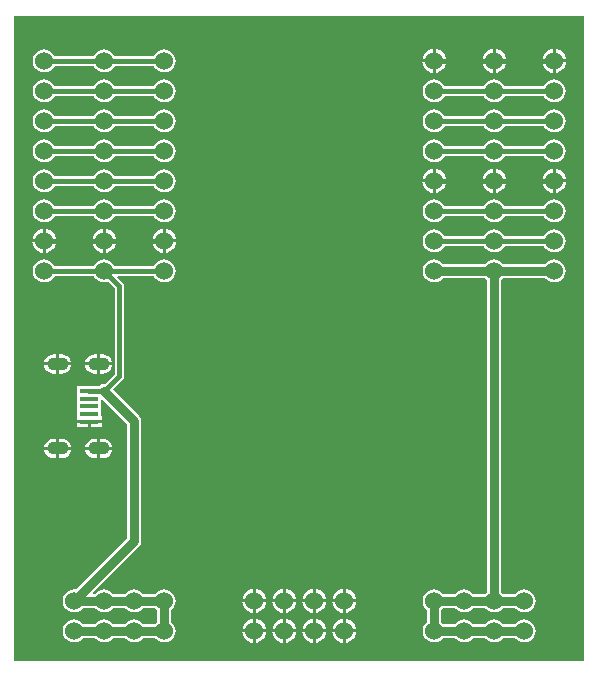
<source format=gtl>
G04*
G04 #@! TF.GenerationSoftware,Altium Limited,Altium Designer,20.0.9 (164)*
G04*
G04 Layer_Physical_Order=1*
G04 Layer_Color=255*
%FSLAX25Y25*%
%MOIN*%
G70*
G01*
G75*
%ADD11R,0.06299X0.01575*%
%ADD15C,0.03000*%
%ADD16C,0.01500*%
%ADD17C,0.06000*%
%ADD18O,0.07087X0.04331*%
G36*
X580000Y190000D02*
X390000D01*
Y405000D01*
X580000D01*
Y190000D01*
D02*
G37*
%LPC*%
G36*
X440000Y393833D02*
X439008Y393702D01*
X438084Y393319D01*
X437290Y392710D01*
X436681Y391916D01*
X436542Y391580D01*
X423458D01*
X423319Y391916D01*
X422710Y392710D01*
X421916Y393319D01*
X420992Y393702D01*
X420000Y393833D01*
X419008Y393702D01*
X418084Y393319D01*
X417290Y392710D01*
X416681Y391916D01*
X416541Y391580D01*
X403458D01*
X403319Y391916D01*
X402710Y392710D01*
X401916Y393319D01*
X400992Y393702D01*
X400000Y393833D01*
X399008Y393702D01*
X398084Y393319D01*
X397290Y392710D01*
X396681Y391916D01*
X396298Y390992D01*
X396167Y390000D01*
X396298Y389008D01*
X396681Y388084D01*
X397290Y387290D01*
X398084Y386681D01*
X399008Y386298D01*
X400000Y386167D01*
X400992Y386298D01*
X401916Y386681D01*
X402710Y387290D01*
X403319Y388084D01*
X403458Y388420D01*
X416541D01*
X416681Y388084D01*
X417290Y387290D01*
X418084Y386681D01*
X419008Y386298D01*
X420000Y386167D01*
X420992Y386298D01*
X421916Y386681D01*
X422710Y387290D01*
X423319Y388084D01*
X423458Y388420D01*
X436542D01*
X436681Y388084D01*
X437290Y387290D01*
X438084Y386681D01*
X439008Y386298D01*
X440000Y386167D01*
X440992Y386298D01*
X441916Y386681D01*
X442710Y387290D01*
X443319Y388084D01*
X443702Y389008D01*
X443833Y390000D01*
X443702Y390992D01*
X443319Y391916D01*
X442710Y392710D01*
X441916Y393319D01*
X440992Y393702D01*
X440000Y393833D01*
D02*
G37*
G36*
X570500Y393969D02*
Y390500D01*
X573969D01*
X573897Y391044D01*
X573494Y392017D01*
X572853Y392853D01*
X572017Y393494D01*
X571044Y393897D01*
X570500Y393969D01*
D02*
G37*
G36*
X550500D02*
Y390500D01*
X553969D01*
X553897Y391044D01*
X553494Y392017D01*
X552853Y392853D01*
X552017Y393494D01*
X551044Y393897D01*
X550500Y393969D01*
D02*
G37*
G36*
X530500D02*
Y390500D01*
X533969D01*
X533897Y391044D01*
X533494Y392017D01*
X532853Y392853D01*
X532017Y393494D01*
X531044Y393897D01*
X530500Y393969D01*
D02*
G37*
G36*
X569500D02*
X568956Y393897D01*
X567983Y393494D01*
X567147Y392853D01*
X566506Y392017D01*
X566103Y391044D01*
X566031Y390500D01*
X569500D01*
Y393969D01*
D02*
G37*
G36*
X549500D02*
X548956Y393897D01*
X547983Y393494D01*
X547147Y392853D01*
X546506Y392017D01*
X546103Y391044D01*
X546031Y390500D01*
X549500D01*
Y393969D01*
D02*
G37*
G36*
X529500D02*
X528956Y393897D01*
X527983Y393494D01*
X527147Y392853D01*
X526506Y392017D01*
X526103Y391044D01*
X526031Y390500D01*
X529500D01*
Y393969D01*
D02*
G37*
G36*
X533969Y389500D02*
X530500D01*
Y386031D01*
X531044Y386103D01*
X532017Y386506D01*
X532853Y387147D01*
X533494Y387983D01*
X533897Y388956D01*
X533969Y389500D01*
D02*
G37*
G36*
X573969D02*
X570500D01*
Y386031D01*
X571044Y386103D01*
X572017Y386506D01*
X572853Y387147D01*
X573494Y387983D01*
X573897Y388956D01*
X573969Y389500D01*
D02*
G37*
G36*
X553969D02*
X550500D01*
Y386031D01*
X551044Y386103D01*
X552017Y386506D01*
X552853Y387147D01*
X553494Y387983D01*
X553897Y388956D01*
X553969Y389500D01*
D02*
G37*
G36*
X569500D02*
X566031D01*
X566103Y388956D01*
X566506Y387983D01*
X567147Y387147D01*
X567983Y386506D01*
X568956Y386103D01*
X569500Y386031D01*
Y389500D01*
D02*
G37*
G36*
X549500D02*
X546031D01*
X546103Y388956D01*
X546506Y387983D01*
X547147Y387147D01*
X547983Y386506D01*
X548956Y386103D01*
X549500Y386031D01*
Y389500D01*
D02*
G37*
G36*
X529500D02*
X526031D01*
X526103Y388956D01*
X526506Y387983D01*
X527147Y387147D01*
X527983Y386506D01*
X528956Y386103D01*
X529500Y386031D01*
Y389500D01*
D02*
G37*
G36*
X550000Y383833D02*
X549008Y383702D01*
X548084Y383319D01*
X547290Y382710D01*
X546681Y381916D01*
X546542Y381580D01*
X533459D01*
X533319Y381916D01*
X532710Y382710D01*
X531916Y383319D01*
X530992Y383702D01*
X530000Y383833D01*
X529008Y383702D01*
X528084Y383319D01*
X527290Y382710D01*
X526681Y381916D01*
X526298Y380992D01*
X526167Y380000D01*
X526298Y379008D01*
X526681Y378084D01*
X527290Y377290D01*
X528084Y376681D01*
X529008Y376298D01*
X530000Y376167D01*
X530992Y376298D01*
X531916Y376681D01*
X532710Y377290D01*
X533319Y378084D01*
X533459Y378420D01*
X546542D01*
X546681Y378084D01*
X547290Y377290D01*
X548084Y376681D01*
X549008Y376298D01*
X550000Y376167D01*
X550992Y376298D01*
X551916Y376681D01*
X552710Y377290D01*
X553319Y378084D01*
X553458Y378420D01*
X566541D01*
X566681Y378084D01*
X567290Y377290D01*
X568084Y376681D01*
X569008Y376298D01*
X570000Y376167D01*
X570992Y376298D01*
X571916Y376681D01*
X572710Y377290D01*
X573319Y378084D01*
X573702Y379008D01*
X573833Y380000D01*
X573702Y380992D01*
X573319Y381916D01*
X572710Y382710D01*
X571916Y383319D01*
X570992Y383702D01*
X570000Y383833D01*
X569008Y383702D01*
X568084Y383319D01*
X567290Y382710D01*
X566681Y381916D01*
X566541Y381580D01*
X553458D01*
X553319Y381916D01*
X552710Y382710D01*
X551916Y383319D01*
X550992Y383702D01*
X550000Y383833D01*
D02*
G37*
G36*
X440000Y383833D02*
X439008Y383702D01*
X438084Y383319D01*
X437290Y382710D01*
X436681Y381916D01*
X436542Y381580D01*
X423458D01*
X423319Y381916D01*
X422710Y382710D01*
X421916Y383319D01*
X420992Y383702D01*
X420000Y383833D01*
X419008Y383702D01*
X418084Y383319D01*
X417290Y382710D01*
X416681Y381916D01*
X416541Y381580D01*
X403458D01*
X403319Y381916D01*
X402710Y382710D01*
X401916Y383319D01*
X400992Y383702D01*
X400000Y383833D01*
X399008Y383702D01*
X398084Y383319D01*
X397290Y382710D01*
X396681Y381916D01*
X396298Y380992D01*
X396167Y380000D01*
X396298Y379008D01*
X396681Y378084D01*
X397290Y377290D01*
X398084Y376681D01*
X399008Y376298D01*
X400000Y376167D01*
X400992Y376298D01*
X401916Y376681D01*
X402710Y377290D01*
X403319Y378084D01*
X403458Y378420D01*
X416541D01*
X416681Y378084D01*
X417290Y377290D01*
X418084Y376681D01*
X419008Y376298D01*
X420000Y376167D01*
X420992Y376298D01*
X421916Y376681D01*
X422710Y377290D01*
X423319Y378084D01*
X423458Y378420D01*
X436542D01*
X436681Y378084D01*
X437290Y377290D01*
X438084Y376681D01*
X439008Y376298D01*
X440000Y376167D01*
X440992Y376298D01*
X441916Y376681D01*
X442710Y377290D01*
X443319Y378084D01*
X443702Y379008D01*
X443833Y380000D01*
X443702Y380992D01*
X443319Y381916D01*
X442710Y382710D01*
X441916Y383319D01*
X440992Y383702D01*
X440000Y383833D01*
D02*
G37*
G36*
X570000Y373833D02*
X569008Y373702D01*
X568084Y373319D01*
X567290Y372710D01*
X566681Y371916D01*
X566541Y371580D01*
X553458D01*
X553319Y371916D01*
X552710Y372710D01*
X551916Y373319D01*
X550992Y373702D01*
X550000Y373833D01*
X549008Y373702D01*
X548084Y373319D01*
X547290Y372710D01*
X546681Y371916D01*
X546542Y371580D01*
X533459D01*
X533319Y371916D01*
X532710Y372710D01*
X531916Y373319D01*
X530992Y373702D01*
X530000Y373833D01*
X529008Y373702D01*
X528084Y373319D01*
X527290Y372710D01*
X526681Y371916D01*
X526298Y370992D01*
X526167Y370000D01*
X526298Y369008D01*
X526681Y368084D01*
X527290Y367290D01*
X528084Y366681D01*
X529008Y366298D01*
X530000Y366167D01*
X530992Y366298D01*
X531916Y366681D01*
X532710Y367290D01*
X533319Y368084D01*
X533459Y368420D01*
X546542D01*
X546681Y368084D01*
X547290Y367290D01*
X548084Y366681D01*
X549008Y366298D01*
X550000Y366167D01*
X550992Y366298D01*
X551916Y366681D01*
X552710Y367290D01*
X553319Y368084D01*
X553458Y368420D01*
X566541D01*
X566681Y368084D01*
X567290Y367290D01*
X568084Y366681D01*
X569008Y366298D01*
X570000Y366167D01*
X570992Y366298D01*
X571916Y366681D01*
X572710Y367290D01*
X573319Y368084D01*
X573702Y369008D01*
X573833Y370000D01*
X573702Y370992D01*
X573319Y371916D01*
X572710Y372710D01*
X571916Y373319D01*
X570992Y373702D01*
X570000Y373833D01*
D02*
G37*
G36*
X440000D02*
X439008Y373702D01*
X438084Y373319D01*
X437290Y372710D01*
X436681Y371916D01*
X436542Y371580D01*
X423458D01*
X423319Y371916D01*
X422710Y372710D01*
X421916Y373319D01*
X420992Y373702D01*
X420000Y373833D01*
X419008Y373702D01*
X418084Y373319D01*
X417290Y372710D01*
X416681Y371916D01*
X416541Y371580D01*
X403458D01*
X403319Y371916D01*
X402710Y372710D01*
X401916Y373319D01*
X400992Y373702D01*
X400000Y373833D01*
X399008Y373702D01*
X398084Y373319D01*
X397290Y372710D01*
X396681Y371916D01*
X396298Y370992D01*
X396167Y370000D01*
X396298Y369008D01*
X396681Y368084D01*
X397290Y367290D01*
X398084Y366681D01*
X399008Y366298D01*
X400000Y366167D01*
X400992Y366298D01*
X401916Y366681D01*
X402710Y367290D01*
X403319Y368084D01*
X403458Y368420D01*
X416541D01*
X416681Y368084D01*
X417290Y367290D01*
X418084Y366681D01*
X419008Y366298D01*
X420000Y366167D01*
X420992Y366298D01*
X421916Y366681D01*
X422710Y367290D01*
X423319Y368084D01*
X423458Y368420D01*
X436542D01*
X436681Y368084D01*
X437290Y367290D01*
X438084Y366681D01*
X439008Y366298D01*
X440000Y366167D01*
X440992Y366298D01*
X441916Y366681D01*
X442710Y367290D01*
X443319Y368084D01*
X443702Y369008D01*
X443833Y370000D01*
X443702Y370992D01*
X443319Y371916D01*
X442710Y372710D01*
X441916Y373319D01*
X440992Y373702D01*
X440000Y373833D01*
D02*
G37*
G36*
X570000Y363833D02*
X569008Y363702D01*
X568084Y363319D01*
X567290Y362710D01*
X566681Y361916D01*
X566541Y361580D01*
X553458D01*
X553319Y361916D01*
X552710Y362710D01*
X551916Y363319D01*
X550992Y363702D01*
X550000Y363833D01*
X549008Y363702D01*
X548084Y363319D01*
X547290Y362710D01*
X546681Y361916D01*
X546542Y361580D01*
X533459D01*
X533319Y361916D01*
X532710Y362710D01*
X531916Y363319D01*
X530992Y363702D01*
X530000Y363833D01*
X529008Y363702D01*
X528084Y363319D01*
X527290Y362710D01*
X526681Y361916D01*
X526298Y360992D01*
X526167Y360000D01*
X526298Y359008D01*
X526681Y358084D01*
X527290Y357290D01*
X528084Y356681D01*
X529008Y356298D01*
X530000Y356167D01*
X530992Y356298D01*
X531916Y356681D01*
X532710Y357290D01*
X533319Y358084D01*
X533459Y358420D01*
X546542D01*
X546681Y358084D01*
X547290Y357290D01*
X548084Y356681D01*
X549008Y356298D01*
X550000Y356167D01*
X550992Y356298D01*
X551916Y356681D01*
X552710Y357290D01*
X553319Y358084D01*
X553458Y358420D01*
X566541D01*
X566681Y358084D01*
X567290Y357290D01*
X568084Y356681D01*
X569008Y356298D01*
X570000Y356167D01*
X570992Y356298D01*
X571916Y356681D01*
X572710Y357290D01*
X573319Y358084D01*
X573702Y359008D01*
X573833Y360000D01*
X573702Y360992D01*
X573319Y361916D01*
X572710Y362710D01*
X571916Y363319D01*
X570992Y363702D01*
X570000Y363833D01*
D02*
G37*
G36*
X440000Y363833D02*
X439008Y363702D01*
X438084Y363319D01*
X437290Y362710D01*
X436681Y361916D01*
X436542Y361580D01*
X423458D01*
X423319Y361916D01*
X422710Y362710D01*
X421916Y363319D01*
X420992Y363702D01*
X420000Y363833D01*
X419008Y363702D01*
X418084Y363319D01*
X417290Y362710D01*
X416681Y361916D01*
X416541Y361580D01*
X403458D01*
X403319Y361916D01*
X402710Y362710D01*
X401916Y363319D01*
X400992Y363702D01*
X400000Y363833D01*
X399008Y363702D01*
X398084Y363319D01*
X397290Y362710D01*
X396681Y361916D01*
X396298Y360992D01*
X396167Y360000D01*
X396298Y359008D01*
X396681Y358084D01*
X397290Y357290D01*
X398084Y356681D01*
X399008Y356298D01*
X400000Y356167D01*
X400992Y356298D01*
X401916Y356681D01*
X402710Y357290D01*
X403319Y358084D01*
X403458Y358420D01*
X416541D01*
X416681Y358084D01*
X417290Y357290D01*
X418084Y356681D01*
X419008Y356298D01*
X420000Y356167D01*
X420992Y356298D01*
X421916Y356681D01*
X422710Y357290D01*
X423319Y358084D01*
X423458Y358420D01*
X436542D01*
X436681Y358084D01*
X437290Y357290D01*
X438084Y356681D01*
X439008Y356298D01*
X440000Y356167D01*
X440992Y356298D01*
X441916Y356681D01*
X442710Y357290D01*
X443319Y358084D01*
X443702Y359008D01*
X443833Y360000D01*
X443702Y360992D01*
X443319Y361916D01*
X442710Y362710D01*
X441916Y363319D01*
X440992Y363702D01*
X440000Y363833D01*
D02*
G37*
G36*
Y353833D02*
X439008Y353702D01*
X438084Y353319D01*
X437290Y352710D01*
X436681Y351916D01*
X436542Y351580D01*
X423458D01*
X423319Y351916D01*
X422710Y352710D01*
X421916Y353319D01*
X420992Y353702D01*
X420000Y353833D01*
X419008Y353702D01*
X418084Y353319D01*
X417290Y352710D01*
X416681Y351916D01*
X416541Y351580D01*
X403458D01*
X403319Y351916D01*
X402710Y352710D01*
X401916Y353319D01*
X400992Y353702D01*
X400000Y353833D01*
X399008Y353702D01*
X398084Y353319D01*
X397290Y352710D01*
X396681Y351916D01*
X396298Y350992D01*
X396167Y350000D01*
X396298Y349008D01*
X396681Y348084D01*
X397290Y347290D01*
X398084Y346681D01*
X399008Y346298D01*
X400000Y346167D01*
X400992Y346298D01*
X401916Y346681D01*
X402710Y347290D01*
X403319Y348084D01*
X403458Y348420D01*
X416541D01*
X416681Y348084D01*
X417290Y347290D01*
X418084Y346681D01*
X419008Y346298D01*
X420000Y346167D01*
X420992Y346298D01*
X421916Y346681D01*
X422710Y347290D01*
X423319Y348084D01*
X423458Y348420D01*
X436542D01*
X436681Y348084D01*
X437290Y347290D01*
X438084Y346681D01*
X439008Y346298D01*
X440000Y346167D01*
X440992Y346298D01*
X441916Y346681D01*
X442710Y347290D01*
X443319Y348084D01*
X443702Y349008D01*
X443833Y350000D01*
X443702Y350992D01*
X443319Y351916D01*
X442710Y352710D01*
X441916Y353319D01*
X440992Y353702D01*
X440000Y353833D01*
D02*
G37*
G36*
X530500Y353969D02*
Y350500D01*
X533969D01*
X533897Y351044D01*
X533494Y352017D01*
X532853Y352853D01*
X532017Y353494D01*
X531044Y353897D01*
X530500Y353969D01*
D02*
G37*
G36*
X570500Y353969D02*
Y350500D01*
X573969D01*
X573897Y351044D01*
X573494Y352017D01*
X572853Y352853D01*
X572017Y353494D01*
X571044Y353897D01*
X570500Y353969D01*
D02*
G37*
G36*
X550500D02*
Y350500D01*
X553969D01*
X553897Y351044D01*
X553494Y352017D01*
X552853Y352853D01*
X552017Y353494D01*
X551044Y353897D01*
X550500Y353969D01*
D02*
G37*
G36*
X569500D02*
X568956Y353897D01*
X567983Y353494D01*
X567147Y352853D01*
X566506Y352017D01*
X566103Y351044D01*
X566031Y350500D01*
X569500D01*
Y353969D01*
D02*
G37*
G36*
X549500D02*
X548956Y353897D01*
X547983Y353494D01*
X547147Y352853D01*
X546506Y352017D01*
X546103Y351044D01*
X546031Y350500D01*
X549500D01*
Y353969D01*
D02*
G37*
G36*
X529500D02*
X528956Y353897D01*
X527983Y353494D01*
X527147Y352853D01*
X526506Y352017D01*
X526103Y351044D01*
X526031Y350500D01*
X529500D01*
Y353969D01*
D02*
G37*
G36*
Y349500D02*
X526031D01*
X526103Y348956D01*
X526506Y347983D01*
X527147Y347147D01*
X527983Y346506D01*
X528956Y346103D01*
X529500Y346031D01*
Y349500D01*
D02*
G37*
G36*
X533969D02*
X530500D01*
Y346031D01*
X531044Y346103D01*
X532017Y346506D01*
X532853Y347147D01*
X533494Y347983D01*
X533897Y348956D01*
X533969Y349500D01*
D02*
G37*
G36*
X573969D02*
X570500D01*
Y346031D01*
X571044Y346103D01*
X572017Y346506D01*
X572853Y347147D01*
X573494Y347983D01*
X573897Y348956D01*
X573969Y349500D01*
D02*
G37*
G36*
X553969D02*
X550500D01*
Y346031D01*
X551044Y346103D01*
X552017Y346506D01*
X552853Y347147D01*
X553494Y347983D01*
X553897Y348956D01*
X553969Y349500D01*
D02*
G37*
G36*
X569500D02*
X566031D01*
X566103Y348956D01*
X566506Y347983D01*
X567147Y347147D01*
X567983Y346506D01*
X568956Y346103D01*
X569500Y346031D01*
Y349500D01*
D02*
G37*
G36*
X549500D02*
X546031D01*
X546103Y348956D01*
X546506Y347983D01*
X547147Y347147D01*
X547983Y346506D01*
X548956Y346103D01*
X549500Y346031D01*
Y349500D01*
D02*
G37*
G36*
X570000Y343833D02*
X569008Y343702D01*
X568084Y343319D01*
X567290Y342710D01*
X566681Y341916D01*
X566541Y341580D01*
X553458D01*
X553319Y341916D01*
X552710Y342710D01*
X551916Y343319D01*
X550992Y343702D01*
X550000Y343833D01*
X549008Y343702D01*
X548084Y343319D01*
X547290Y342710D01*
X546681Y341916D01*
X546542Y341580D01*
X533459D01*
X533319Y341916D01*
X532710Y342710D01*
X531916Y343319D01*
X530992Y343702D01*
X530000Y343833D01*
X529008Y343702D01*
X528084Y343319D01*
X527290Y342710D01*
X526681Y341916D01*
X526298Y340992D01*
X526167Y340000D01*
X526298Y339008D01*
X526681Y338084D01*
X527290Y337290D01*
X528084Y336681D01*
X529008Y336298D01*
X530000Y336167D01*
X530992Y336298D01*
X531916Y336681D01*
X532710Y337290D01*
X533319Y338084D01*
X533459Y338420D01*
X546542D01*
X546681Y338084D01*
X547290Y337290D01*
X548084Y336681D01*
X549008Y336298D01*
X550000Y336167D01*
X550992Y336298D01*
X551916Y336681D01*
X552710Y337290D01*
X553319Y338084D01*
X553458Y338420D01*
X566541D01*
X566681Y338084D01*
X567290Y337290D01*
X568084Y336681D01*
X569008Y336298D01*
X570000Y336167D01*
X570992Y336298D01*
X571916Y336681D01*
X572710Y337290D01*
X573319Y338084D01*
X573702Y339008D01*
X573833Y340000D01*
X573702Y340992D01*
X573319Y341916D01*
X572710Y342710D01*
X571916Y343319D01*
X570992Y343702D01*
X570000Y343833D01*
D02*
G37*
G36*
X440000D02*
X439008Y343702D01*
X438084Y343319D01*
X437290Y342710D01*
X436681Y341916D01*
X436542Y341580D01*
X423458D01*
X423319Y341916D01*
X422710Y342710D01*
X421916Y343319D01*
X420992Y343702D01*
X420000Y343833D01*
X419008Y343702D01*
X418084Y343319D01*
X417290Y342710D01*
X416681Y341916D01*
X416541Y341580D01*
X403458D01*
X403319Y341916D01*
X402710Y342710D01*
X401916Y343319D01*
X400992Y343702D01*
X400000Y343833D01*
X399008Y343702D01*
X398084Y343319D01*
X397290Y342710D01*
X396681Y341916D01*
X396298Y340992D01*
X396167Y340000D01*
X396298Y339008D01*
X396681Y338084D01*
X397290Y337290D01*
X398084Y336681D01*
X399008Y336298D01*
X400000Y336167D01*
X400992Y336298D01*
X401916Y336681D01*
X402710Y337290D01*
X403319Y338084D01*
X403458Y338420D01*
X416541D01*
X416681Y338084D01*
X417290Y337290D01*
X418084Y336681D01*
X419008Y336298D01*
X420000Y336167D01*
X420992Y336298D01*
X421916Y336681D01*
X422710Y337290D01*
X423319Y338084D01*
X423458Y338420D01*
X436542D01*
X436681Y338084D01*
X437290Y337290D01*
X438084Y336681D01*
X439008Y336298D01*
X440000Y336167D01*
X440992Y336298D01*
X441916Y336681D01*
X442710Y337290D01*
X443319Y338084D01*
X443702Y339008D01*
X443833Y340000D01*
X443702Y340992D01*
X443319Y341916D01*
X442710Y342710D01*
X441916Y343319D01*
X440992Y343702D01*
X440000Y343833D01*
D02*
G37*
G36*
X570000Y333833D02*
X569008Y333702D01*
X568084Y333319D01*
X567290Y332710D01*
X566681Y331916D01*
X566541Y331580D01*
X553458D01*
X553319Y331916D01*
X552710Y332710D01*
X551916Y333319D01*
X550992Y333702D01*
X550000Y333833D01*
X549008Y333702D01*
X548084Y333319D01*
X547290Y332710D01*
X546681Y331916D01*
X546542Y331580D01*
X533459D01*
X533319Y331916D01*
X532710Y332710D01*
X531916Y333319D01*
X530992Y333702D01*
X530000Y333833D01*
X529008Y333702D01*
X528084Y333319D01*
X527290Y332710D01*
X526681Y331916D01*
X526298Y330992D01*
X526167Y330000D01*
X526298Y329008D01*
X526681Y328084D01*
X527290Y327290D01*
X528084Y326681D01*
X529008Y326298D01*
X530000Y326167D01*
X530992Y326298D01*
X531916Y326681D01*
X532710Y327290D01*
X533319Y328084D01*
X533459Y328420D01*
X546542D01*
X546681Y328084D01*
X547290Y327290D01*
X548084Y326681D01*
X549008Y326298D01*
X550000Y326167D01*
X550992Y326298D01*
X551916Y326681D01*
X552710Y327290D01*
X553319Y328084D01*
X553458Y328420D01*
X566541D01*
X566681Y328084D01*
X567290Y327290D01*
X568084Y326681D01*
X569008Y326298D01*
X570000Y326167D01*
X570992Y326298D01*
X571916Y326681D01*
X572710Y327290D01*
X573319Y328084D01*
X573702Y329008D01*
X573833Y330000D01*
X573702Y330992D01*
X573319Y331916D01*
X572710Y332710D01*
X571916Y333319D01*
X570992Y333702D01*
X570000Y333833D01*
D02*
G37*
G36*
X420500Y333969D02*
Y330500D01*
X423969D01*
X423897Y331044D01*
X423494Y332017D01*
X422853Y332853D01*
X422017Y333494D01*
X421044Y333897D01*
X420500Y333969D01*
D02*
G37*
G36*
X400500D02*
Y330500D01*
X403969D01*
X403897Y331044D01*
X403494Y332017D01*
X402853Y332853D01*
X402017Y333494D01*
X401044Y333897D01*
X400500Y333969D01*
D02*
G37*
G36*
X440500D02*
Y330500D01*
X443969D01*
X443897Y331044D01*
X443494Y332017D01*
X442853Y332853D01*
X442017Y333494D01*
X441044Y333897D01*
X440500Y333969D01*
D02*
G37*
G36*
X439500D02*
X438956Y333897D01*
X437983Y333494D01*
X437147Y332853D01*
X436506Y332017D01*
X436103Y331044D01*
X436031Y330500D01*
X439500D01*
Y333969D01*
D02*
G37*
G36*
X399500D02*
X398956Y333897D01*
X397983Y333494D01*
X397147Y332853D01*
X396506Y332017D01*
X396103Y331044D01*
X396031Y330500D01*
X399500D01*
Y333969D01*
D02*
G37*
G36*
X419500D02*
X418956Y333897D01*
X417983Y333494D01*
X417147Y332853D01*
X416506Y332017D01*
X416103Y331044D01*
X416031Y330500D01*
X419500D01*
Y333969D01*
D02*
G37*
G36*
X423969Y329500D02*
X420500D01*
Y326031D01*
X421044Y326103D01*
X422017Y326506D01*
X422853Y327147D01*
X423494Y327983D01*
X423897Y328956D01*
X423969Y329500D01*
D02*
G37*
G36*
X403969D02*
X400500D01*
Y326031D01*
X401044Y326103D01*
X402017Y326506D01*
X402853Y327147D01*
X403494Y327983D01*
X403897Y328956D01*
X403969Y329500D01*
D02*
G37*
G36*
X443969D02*
X440500D01*
Y326031D01*
X441044Y326103D01*
X442017Y326506D01*
X442853Y327147D01*
X443494Y327983D01*
X443897Y328956D01*
X443969Y329500D01*
D02*
G37*
G36*
X439500D02*
X436031D01*
X436103Y328956D01*
X436506Y327983D01*
X437147Y327147D01*
X437983Y326506D01*
X438956Y326103D01*
X439500Y326031D01*
Y329500D01*
D02*
G37*
G36*
X399500D02*
X396031D01*
X396103Y328956D01*
X396506Y327983D01*
X397147Y327147D01*
X397983Y326506D01*
X398956Y326103D01*
X399500Y326031D01*
Y329500D01*
D02*
G37*
G36*
X419500D02*
X416031D01*
X416103Y328956D01*
X416506Y327983D01*
X417147Y327147D01*
X417983Y326506D01*
X418956Y326103D01*
X419500Y326031D01*
Y329500D01*
D02*
G37*
G36*
X550000Y323833D02*
X549008Y323702D01*
X548084Y323319D01*
X547290Y322710D01*
X547010Y322345D01*
X532990D01*
X532710Y322710D01*
X531916Y323319D01*
X530992Y323702D01*
X530000Y323833D01*
X529008Y323702D01*
X528084Y323319D01*
X527290Y322710D01*
X526681Y321916D01*
X526298Y320992D01*
X526167Y320000D01*
X526298Y319008D01*
X526681Y318084D01*
X527290Y317290D01*
X528084Y316681D01*
X529008Y316298D01*
X530000Y316167D01*
X530992Y316298D01*
X531916Y316681D01*
X532710Y317290D01*
X532990Y317655D01*
X547010D01*
X547290Y317290D01*
X547655Y317010D01*
Y212990D01*
X547290Y212710D01*
X547010Y212345D01*
X542990D01*
X542710Y212710D01*
X541916Y213319D01*
X540992Y213702D01*
X540000Y213833D01*
X539008Y213702D01*
X538084Y213319D01*
X537290Y212710D01*
X537010Y212345D01*
X532990D01*
X532710Y212710D01*
X531916Y213319D01*
X530992Y213702D01*
X530000Y213833D01*
X529008Y213702D01*
X528084Y213319D01*
X527290Y212710D01*
X526681Y211916D01*
X526298Y210992D01*
X526167Y210000D01*
X526298Y209008D01*
X526681Y208084D01*
X527290Y207290D01*
X527655Y207010D01*
Y202990D01*
X527290Y202710D01*
X526681Y201916D01*
X526298Y200992D01*
X526167Y200000D01*
X526298Y199008D01*
X526681Y198084D01*
X527290Y197290D01*
X528084Y196681D01*
X529008Y196298D01*
X530000Y196167D01*
X530992Y196298D01*
X531916Y196681D01*
X532710Y197290D01*
X532990Y197655D01*
X537010D01*
X537290Y197290D01*
X538084Y196681D01*
X539008Y196298D01*
X540000Y196167D01*
X540992Y196298D01*
X541916Y196681D01*
X542710Y197290D01*
X542990Y197655D01*
X547010D01*
X547290Y197290D01*
X548084Y196681D01*
X549008Y196298D01*
X550000Y196167D01*
X550992Y196298D01*
X551916Y196681D01*
X552710Y197290D01*
X552990Y197655D01*
X557010D01*
X557290Y197290D01*
X558084Y196681D01*
X559008Y196298D01*
X560000Y196167D01*
X560992Y196298D01*
X561916Y196681D01*
X562710Y197290D01*
X563319Y198084D01*
X563702Y199008D01*
X563833Y200000D01*
X563702Y200992D01*
X563319Y201916D01*
X562710Y202710D01*
X561916Y203319D01*
X560992Y203702D01*
X560000Y203833D01*
X559008Y203702D01*
X558084Y203319D01*
X557290Y202710D01*
X557010Y202345D01*
X552990D01*
X552710Y202710D01*
X551916Y203319D01*
X550992Y203702D01*
X550000Y203833D01*
X549008Y203702D01*
X548084Y203319D01*
X547290Y202710D01*
X547010Y202345D01*
X542990D01*
X542710Y202710D01*
X541916Y203319D01*
X540992Y203702D01*
X540000Y203833D01*
X539008Y203702D01*
X538084Y203319D01*
X537290Y202710D01*
X537010Y202345D01*
X532990D01*
X532710Y202710D01*
X532345Y202990D01*
Y207010D01*
X532710Y207290D01*
X532990Y207655D01*
X537010D01*
X537290Y207290D01*
X538084Y206681D01*
X539008Y206298D01*
X540000Y206167D01*
X540992Y206298D01*
X541916Y206681D01*
X542710Y207290D01*
X542990Y207655D01*
X547010D01*
X547290Y207290D01*
X548084Y206681D01*
X549008Y206298D01*
X550000Y206167D01*
X550992Y206298D01*
X551916Y206681D01*
X552710Y207290D01*
X552990Y207655D01*
X557010D01*
X557290Y207290D01*
X558084Y206681D01*
X559008Y206298D01*
X560000Y206167D01*
X560992Y206298D01*
X561916Y206681D01*
X562710Y207290D01*
X563319Y208084D01*
X563702Y209008D01*
X563833Y210000D01*
X563702Y210992D01*
X563319Y211916D01*
X562710Y212710D01*
X561916Y213319D01*
X560992Y213702D01*
X560000Y213833D01*
X559008Y213702D01*
X558084Y213319D01*
X557290Y212710D01*
X557010Y212345D01*
X552990D01*
X552710Y212710D01*
X552345Y212990D01*
Y317010D01*
X552710Y317290D01*
X552990Y317655D01*
X567010D01*
X567290Y317290D01*
X568084Y316681D01*
X569008Y316298D01*
X570000Y316167D01*
X570992Y316298D01*
X571916Y316681D01*
X572710Y317290D01*
X573319Y318084D01*
X573702Y319008D01*
X573833Y320000D01*
X573702Y320992D01*
X573319Y321916D01*
X572710Y322710D01*
X571916Y323319D01*
X570992Y323702D01*
X570000Y323833D01*
X569008Y323702D01*
X568084Y323319D01*
X567290Y322710D01*
X567010Y322345D01*
X552990D01*
X552710Y322710D01*
X551916Y323319D01*
X550992Y323702D01*
X550000Y323833D01*
D02*
G37*
G36*
X440000D02*
X439008Y323702D01*
X438084Y323319D01*
X437290Y322710D01*
X436681Y321916D01*
X436542Y321580D01*
X423458D01*
X423319Y321916D01*
X422710Y322710D01*
X421916Y323319D01*
X420992Y323702D01*
X420000Y323833D01*
X419008Y323702D01*
X418084Y323319D01*
X417290Y322710D01*
X416681Y321916D01*
X416541Y321580D01*
X403458D01*
X403319Y321916D01*
X402710Y322710D01*
X401916Y323319D01*
X400992Y323702D01*
X400000Y323833D01*
X399008Y323702D01*
X398084Y323319D01*
X397290Y322710D01*
X396681Y321916D01*
X396298Y320992D01*
X396167Y320000D01*
X396298Y319008D01*
X396681Y318084D01*
X397290Y317290D01*
X398084Y316681D01*
X399008Y316298D01*
X400000Y316167D01*
X400992Y316298D01*
X401916Y316681D01*
X402710Y317290D01*
X403319Y318084D01*
X403458Y318420D01*
X416541D01*
X416681Y318084D01*
X417290Y317290D01*
X418084Y316681D01*
X419008Y316298D01*
X420000Y316167D01*
X420992Y316298D01*
X421328Y316437D01*
X423420Y314345D01*
Y285655D01*
X420092Y282327D01*
X420000Y282345D01*
X419103Y282167D01*
X418342Y281658D01*
X418294Y281587D01*
X411050D01*
Y278413D01*
Y275853D01*
Y271551D01*
X410850D01*
Y270264D01*
X415000D01*
X419150D01*
Y271551D01*
X418950D01*
Y273294D01*
Y277081D01*
X419412Y277272D01*
X427655Y269029D01*
Y230971D01*
X410456Y213773D01*
X410000Y213833D01*
X409008Y213702D01*
X408084Y213319D01*
X407290Y212710D01*
X406681Y211916D01*
X406298Y210992D01*
X406167Y210000D01*
X406298Y209008D01*
X406681Y208084D01*
X407290Y207290D01*
X408084Y206681D01*
X409008Y206298D01*
X410000Y206167D01*
X410992Y206298D01*
X411916Y206681D01*
X412710Y207290D01*
X412990Y207655D01*
X417010D01*
X417290Y207290D01*
X418084Y206681D01*
X419008Y206298D01*
X420000Y206167D01*
X420992Y206298D01*
X421916Y206681D01*
X422710Y207290D01*
X422990Y207655D01*
X427010D01*
X427290Y207290D01*
X428084Y206681D01*
X429008Y206298D01*
X430000Y206167D01*
X430992Y206298D01*
X431916Y206681D01*
X432710Y207290D01*
X432990Y207655D01*
X437010D01*
X437290Y207290D01*
X437655Y207010D01*
Y202990D01*
X437290Y202710D01*
X437010Y202345D01*
X432990D01*
X432710Y202710D01*
X431916Y203319D01*
X430992Y203702D01*
X430000Y203833D01*
X429008Y203702D01*
X428084Y203319D01*
X427290Y202710D01*
X427010Y202345D01*
X422990D01*
X422710Y202710D01*
X421916Y203319D01*
X420992Y203702D01*
X420000Y203833D01*
X419008Y203702D01*
X418084Y203319D01*
X417290Y202710D01*
X417010Y202345D01*
X412990D01*
X412710Y202710D01*
X411916Y203319D01*
X410992Y203702D01*
X410000Y203833D01*
X409008Y203702D01*
X408084Y203319D01*
X407290Y202710D01*
X406681Y201916D01*
X406298Y200992D01*
X406167Y200000D01*
X406298Y199008D01*
X406681Y198084D01*
X407290Y197290D01*
X408084Y196681D01*
X409008Y196298D01*
X410000Y196167D01*
X410992Y196298D01*
X411916Y196681D01*
X412710Y197290D01*
X412990Y197655D01*
X417010D01*
X417290Y197290D01*
X418084Y196681D01*
X419008Y196298D01*
X420000Y196167D01*
X420992Y196298D01*
X421916Y196681D01*
X422710Y197290D01*
X422990Y197655D01*
X427010D01*
X427290Y197290D01*
X428084Y196681D01*
X429008Y196298D01*
X430000Y196167D01*
X430992Y196298D01*
X431916Y196681D01*
X432710Y197290D01*
X432990Y197655D01*
X437010D01*
X437290Y197290D01*
X438084Y196681D01*
X439008Y196298D01*
X440000Y196167D01*
X440992Y196298D01*
X441916Y196681D01*
X442710Y197290D01*
X443319Y198084D01*
X443702Y199008D01*
X443833Y200000D01*
X443702Y200992D01*
X443319Y201916D01*
X442710Y202710D01*
X442345Y202990D01*
Y207010D01*
X442710Y207290D01*
X443319Y208084D01*
X443702Y209008D01*
X443833Y210000D01*
X443702Y210992D01*
X443319Y211916D01*
X442710Y212710D01*
X441916Y213319D01*
X440992Y213702D01*
X440000Y213833D01*
X439008Y213702D01*
X438084Y213319D01*
X437290Y212710D01*
X437010Y212345D01*
X432990D01*
X432710Y212710D01*
X431916Y213319D01*
X430992Y213702D01*
X430000Y213833D01*
X429008Y213702D01*
X428084Y213319D01*
X427290Y212710D01*
X427010Y212345D01*
X422990D01*
X422710Y212710D01*
X421916Y213319D01*
X420992Y213702D01*
X420000Y213833D01*
X419008Y213702D01*
X418084Y213319D01*
X417290Y212710D01*
X417010Y212345D01*
X416315D01*
X416123Y212807D01*
X431658Y228342D01*
X432167Y229103D01*
X432345Y230000D01*
Y270000D01*
X432345Y270000D01*
X432167Y270897D01*
X431658Y271658D01*
X431658Y271658D01*
X422776Y280541D01*
X426118Y283882D01*
X426460Y284395D01*
X426580Y285000D01*
Y315000D01*
X426460Y315605D01*
X426118Y316118D01*
X424277Y317958D01*
X424469Y318420D01*
X436542D01*
X436681Y318084D01*
X437290Y317290D01*
X438084Y316681D01*
X439008Y316298D01*
X440000Y316167D01*
X440992Y316298D01*
X441916Y316681D01*
X442710Y317290D01*
X443319Y318084D01*
X443702Y319008D01*
X443833Y320000D01*
X443702Y320992D01*
X443319Y321916D01*
X442710Y322710D01*
X441916Y323319D01*
X440992Y323702D01*
X440000Y323833D01*
D02*
G37*
G36*
X419528Y292149D02*
X418650D01*
Y289457D01*
X422654D01*
X422611Y289783D01*
X422293Y290553D01*
X421785Y291214D01*
X421124Y291722D01*
X420354Y292041D01*
X419528Y292149D01*
D02*
G37*
G36*
X417650D02*
X416772D01*
X415945Y292041D01*
X415175Y291722D01*
X414514Y291214D01*
X414007Y290553D01*
X413688Y289783D01*
X413645Y289457D01*
X417650D01*
Y292149D01*
D02*
G37*
G36*
X405866D02*
X404988D01*
Y289457D01*
X408993D01*
X408950Y289783D01*
X408631Y290553D01*
X408124Y291214D01*
X407463Y291722D01*
X406693Y292041D01*
X405866Y292149D01*
D02*
G37*
G36*
X403988D02*
X403110D01*
X402284Y292041D01*
X401514Y291722D01*
X400853Y291214D01*
X400345Y290553D01*
X400026Y289783D01*
X399983Y289457D01*
X403988D01*
Y292149D01*
D02*
G37*
G36*
X422654Y288457D02*
X418650D01*
Y285764D01*
X419528D01*
X420354Y285873D01*
X421124Y286192D01*
X421785Y286699D01*
X422293Y287360D01*
X422611Y288130D01*
X422654Y288457D01*
D02*
G37*
G36*
X417650D02*
X413645D01*
X413688Y288130D01*
X414007Y287360D01*
X414514Y286699D01*
X415175Y286192D01*
X415945Y285873D01*
X416772Y285764D01*
X417650D01*
Y288457D01*
D02*
G37*
G36*
X408993D02*
X404988D01*
Y285764D01*
X405866D01*
X406693Y285873D01*
X407463Y286192D01*
X408124Y286699D01*
X408631Y287360D01*
X408950Y288130D01*
X408993Y288457D01*
D02*
G37*
G36*
X403988D02*
X399983D01*
X400026Y288130D01*
X400345Y287360D01*
X400853Y286699D01*
X401514Y286192D01*
X402284Y285873D01*
X403110Y285764D01*
X403988D01*
Y288457D01*
D02*
G37*
G36*
X419150Y269264D02*
X415500D01*
Y267976D01*
X419150D01*
Y269264D01*
D02*
G37*
G36*
X414500D02*
X410850D01*
Y267976D01*
X414500D01*
Y269264D01*
D02*
G37*
G36*
X405866Y264000D02*
X404988D01*
Y261307D01*
X408993D01*
X408950Y261633D01*
X408631Y262403D01*
X408124Y263065D01*
X407463Y263572D01*
X406693Y263891D01*
X405866Y264000D01*
D02*
G37*
G36*
X419528D02*
X418650D01*
Y261307D01*
X422654D01*
X422611Y261633D01*
X422293Y262403D01*
X421785Y263065D01*
X421124Y263572D01*
X420354Y263891D01*
X419528Y264000D01*
D02*
G37*
G36*
X417650D02*
X416772D01*
X415945Y263891D01*
X415175Y263572D01*
X414514Y263065D01*
X414007Y262403D01*
X413688Y261633D01*
X413645Y261307D01*
X417650D01*
Y264000D01*
D02*
G37*
G36*
X403988D02*
X403110D01*
X402284Y263891D01*
X401514Y263572D01*
X400853Y263065D01*
X400345Y262403D01*
X400026Y261633D01*
X399983Y261307D01*
X403988D01*
Y264000D01*
D02*
G37*
G36*
X422654Y260307D02*
X418650D01*
Y257614D01*
X419528D01*
X420354Y257723D01*
X421124Y258042D01*
X421785Y258549D01*
X422293Y259211D01*
X422611Y259981D01*
X422654Y260307D01*
D02*
G37*
G36*
X417650D02*
X413645D01*
X413688Y259981D01*
X414007Y259211D01*
X414514Y258549D01*
X415175Y258042D01*
X415945Y257723D01*
X416772Y257614D01*
X417650D01*
Y260307D01*
D02*
G37*
G36*
X408993D02*
X404988D01*
Y257614D01*
X405866D01*
X406693Y257723D01*
X407463Y258042D01*
X408124Y258549D01*
X408631Y259211D01*
X408950Y259981D01*
X408993Y260307D01*
D02*
G37*
G36*
X403988D02*
X399983D01*
X400026Y259981D01*
X400345Y259211D01*
X400853Y258549D01*
X401514Y258042D01*
X402284Y257723D01*
X403110Y257614D01*
X403988D01*
Y260307D01*
D02*
G37*
G36*
X490500Y213969D02*
Y210500D01*
X493969D01*
X493897Y211044D01*
X493494Y212017D01*
X492853Y212853D01*
X492017Y213494D01*
X491044Y213897D01*
X490500Y213969D01*
D02*
G37*
G36*
X480500D02*
Y210500D01*
X483969D01*
X483897Y211044D01*
X483494Y212017D01*
X482853Y212853D01*
X482017Y213494D01*
X481044Y213897D01*
X480500Y213969D01*
D02*
G37*
G36*
X500500Y213969D02*
Y210500D01*
X503969D01*
X503897Y211044D01*
X503494Y212017D01*
X502853Y212853D01*
X502017Y213494D01*
X501044Y213897D01*
X500500Y213969D01*
D02*
G37*
G36*
X479500Y213969D02*
X478956Y213897D01*
X477983Y213494D01*
X477147Y212853D01*
X476506Y212017D01*
X476103Y211044D01*
X476031Y210500D01*
X479500D01*
Y213969D01*
D02*
G37*
G36*
X489500D02*
X488956Y213897D01*
X487983Y213494D01*
X487147Y212853D01*
X486506Y212017D01*
X486103Y211044D01*
X486031Y210500D01*
X489500D01*
Y213969D01*
D02*
G37*
G36*
X499500D02*
X498956Y213897D01*
X497983Y213494D01*
X497147Y212853D01*
X496506Y212017D01*
X496103Y211044D01*
X496031Y210500D01*
X499500D01*
Y213969D01*
D02*
G37*
G36*
X470500Y213969D02*
Y210500D01*
X473969D01*
X473897Y211044D01*
X473494Y212017D01*
X472853Y212853D01*
X472017Y213494D01*
X471044Y213897D01*
X470500Y213969D01*
D02*
G37*
G36*
X469500Y213969D02*
X468956Y213897D01*
X467983Y213494D01*
X467147Y212853D01*
X466506Y212017D01*
X466103Y211044D01*
X466031Y210500D01*
X469500D01*
Y213969D01*
D02*
G37*
G36*
X499500Y209500D02*
X496031D01*
X496103Y208956D01*
X496506Y207983D01*
X497147Y207147D01*
X497983Y206506D01*
X498956Y206103D01*
X499500Y206031D01*
Y209500D01*
D02*
G37*
G36*
X503969D02*
X500500D01*
Y206031D01*
X501044Y206103D01*
X502017Y206506D01*
X502853Y207147D01*
X503494Y207983D01*
X503897Y208956D01*
X503969Y209500D01*
D02*
G37*
G36*
X473969Y209500D02*
X470500D01*
Y206031D01*
X471044Y206103D01*
X472017Y206506D01*
X472853Y207147D01*
X473494Y207983D01*
X473897Y208956D01*
X473969Y209500D01*
D02*
G37*
G36*
X493969Y209500D02*
X490500D01*
Y206031D01*
X491044Y206103D01*
X492017Y206506D01*
X492853Y207147D01*
X493494Y207983D01*
X493897Y208956D01*
X493969Y209500D01*
D02*
G37*
G36*
X483969D02*
X480500D01*
Y206031D01*
X481044Y206103D01*
X482017Y206506D01*
X482853Y207147D01*
X483494Y207983D01*
X483897Y208956D01*
X483969Y209500D01*
D02*
G37*
G36*
X479500D02*
X476031D01*
X476103Y208956D01*
X476506Y207983D01*
X477147Y207147D01*
X477983Y206506D01*
X478956Y206103D01*
X479500Y206031D01*
Y209500D01*
D02*
G37*
G36*
X489500D02*
X486031D01*
X486103Y208956D01*
X486506Y207983D01*
X487147Y207147D01*
X487983Y206506D01*
X488956Y206103D01*
X489500Y206031D01*
Y209500D01*
D02*
G37*
G36*
X469500Y209500D02*
X466031D01*
X466103Y208956D01*
X466506Y207983D01*
X467147Y207147D01*
X467983Y206506D01*
X468956Y206103D01*
X469500Y206031D01*
Y209500D01*
D02*
G37*
G36*
X500500Y203969D02*
Y200500D01*
X503969D01*
X503897Y201044D01*
X503494Y202017D01*
X502853Y202853D01*
X502017Y203494D01*
X501044Y203897D01*
X500500Y203969D01*
D02*
G37*
G36*
X490500D02*
Y200500D01*
X493969D01*
X493897Y201044D01*
X493494Y202017D01*
X492853Y202853D01*
X492017Y203494D01*
X491044Y203897D01*
X490500Y203969D01*
D02*
G37*
G36*
X470500D02*
Y200500D01*
X473969D01*
X473897Y201044D01*
X473494Y202017D01*
X472853Y202853D01*
X472017Y203494D01*
X471044Y203897D01*
X470500Y203969D01*
D02*
G37*
G36*
X480500Y203969D02*
Y200500D01*
X483969D01*
X483897Y201044D01*
X483494Y202017D01*
X482853Y202853D01*
X482017Y203494D01*
X481044Y203897D01*
X480500Y203969D01*
D02*
G37*
G36*
X499500Y203969D02*
X498956Y203897D01*
X497983Y203494D01*
X497147Y202853D01*
X496506Y202017D01*
X496103Y201044D01*
X496031Y200500D01*
X499500D01*
Y203969D01*
D02*
G37*
G36*
X489500D02*
X488956Y203897D01*
X487983Y203494D01*
X487147Y202853D01*
X486506Y202017D01*
X486103Y201044D01*
X486031Y200500D01*
X489500D01*
Y203969D01*
D02*
G37*
G36*
X469500D02*
X468956Y203897D01*
X467983Y203494D01*
X467147Y202853D01*
X466506Y202017D01*
X466103Y201044D01*
X466031Y200500D01*
X469500D01*
Y203969D01*
D02*
G37*
G36*
X479500D02*
X478956Y203897D01*
X477983Y203494D01*
X477147Y202853D01*
X476506Y202017D01*
X476103Y201044D01*
X476031Y200500D01*
X479500D01*
Y203969D01*
D02*
G37*
G36*
Y199500D02*
X476031D01*
X476103Y198956D01*
X476506Y197983D01*
X477147Y197147D01*
X477983Y196506D01*
X478956Y196103D01*
X479500Y196031D01*
Y199500D01*
D02*
G37*
G36*
X483969D02*
X480500D01*
Y196031D01*
X481044Y196103D01*
X482017Y196506D01*
X482853Y197147D01*
X483494Y197983D01*
X483897Y198956D01*
X483969Y199500D01*
D02*
G37*
G36*
X493969D02*
X490500D01*
Y196031D01*
X491044Y196103D01*
X492017Y196506D01*
X492853Y197147D01*
X493494Y197983D01*
X493897Y198956D01*
X493969Y199500D01*
D02*
G37*
G36*
X473969D02*
X470500D01*
Y196031D01*
X471044Y196103D01*
X472017Y196506D01*
X472853Y197147D01*
X473494Y197983D01*
X473897Y198956D01*
X473969Y199500D01*
D02*
G37*
G36*
X503969D02*
X500500D01*
Y196031D01*
X501044Y196103D01*
X502017Y196506D01*
X502853Y197147D01*
X503494Y197983D01*
X503897Y198956D01*
X503969Y199500D01*
D02*
G37*
G36*
X499500D02*
X496031D01*
X496103Y198956D01*
X496506Y197983D01*
X497147Y197147D01*
X497983Y196506D01*
X498956Y196103D01*
X499500Y196031D01*
Y199500D01*
D02*
G37*
G36*
X489500D02*
X486031D01*
X486103Y198956D01*
X486506Y197983D01*
X487147Y197147D01*
X487983Y196506D01*
X488956Y196103D01*
X489500Y196031D01*
Y199500D01*
D02*
G37*
G36*
X469500D02*
X466031D01*
X466103Y198956D01*
X466506Y197983D01*
X467147Y197147D01*
X467983Y196506D01*
X468956Y196103D01*
X469500Y196031D01*
Y199500D01*
D02*
G37*
%LPD*%
D11*
X415000Y272323D02*
D03*
Y280000D02*
D03*
Y277441D02*
D03*
Y274882D02*
D03*
Y269764D02*
D03*
D15*
X530000Y320000D02*
X550000D01*
X570000D01*
X550000Y210000D02*
Y320000D01*
X530000Y200000D02*
X550000D01*
X530000Y200000D02*
Y210000D01*
Y200000D02*
X530000Y200000D01*
X550000D02*
X560000D01*
X550000Y210000D02*
X560000D01*
X540000D02*
X550000D01*
X530000D02*
X540000D01*
X560000D02*
X560000Y210000D01*
X410000D02*
X440000D01*
Y200000D02*
Y210000D01*
X410000D02*
X430000Y230000D01*
X410000Y210000D02*
X410000Y210000D01*
X420000Y280000D02*
X430000Y270000D01*
Y230000D02*
Y270000D01*
Y200000D02*
X440000D01*
X410000D02*
X430000D01*
D16*
X420000Y320000D02*
X425000Y315000D01*
Y285000D02*
Y315000D01*
X415000Y280000D02*
X420000D01*
X425000Y285000D01*
X570000Y320000D02*
X570000Y320000D01*
X550000Y330000D02*
X570000D01*
X530000D02*
X550000D01*
X530000Y340000D02*
X570000D01*
X530000Y350000D02*
X570000D01*
X570000Y350000D01*
X550000Y360000D02*
X570000D01*
X530000D02*
X550000D01*
X570000D02*
X570000Y360000D01*
X550000Y370000D02*
X570000D01*
X530000D02*
X550000D01*
X530000Y380000D02*
X570000D01*
X550000Y390000D02*
X570000D01*
X530000D02*
X550000D01*
X420000Y320000D02*
X440000D01*
X400000D02*
X420000D01*
Y330000D02*
X440000D01*
X400000D02*
X420000D01*
Y340000D02*
X440000D01*
X400000D02*
X420000D01*
Y350000D02*
X440000D01*
X400000D02*
X420000D01*
Y360000D02*
X440000D01*
X400000D02*
X420000D01*
Y370000D02*
X440000D01*
X400000D02*
X420000D01*
Y380000D02*
X440000D01*
X400000D02*
X420000D01*
Y390000D02*
X440000D01*
X400000D02*
X420000D01*
D17*
X440000Y330000D02*
D03*
Y320000D02*
D03*
Y350000D02*
D03*
Y340000D02*
D03*
Y370000D02*
D03*
Y360000D02*
D03*
Y380000D02*
D03*
Y390000D02*
D03*
X530000D02*
D03*
Y360000D02*
D03*
Y370000D02*
D03*
Y380000D02*
D03*
Y330000D02*
D03*
Y350000D02*
D03*
Y340000D02*
D03*
Y320000D02*
D03*
X550000Y390000D02*
D03*
Y380000D02*
D03*
Y360000D02*
D03*
Y370000D02*
D03*
Y340000D02*
D03*
Y350000D02*
D03*
Y320000D02*
D03*
Y330000D02*
D03*
X570000Y390000D02*
D03*
Y380000D02*
D03*
Y360000D02*
D03*
Y370000D02*
D03*
Y340000D02*
D03*
Y350000D02*
D03*
Y320000D02*
D03*
Y330000D02*
D03*
X420000Y320000D02*
D03*
Y330000D02*
D03*
Y350000D02*
D03*
Y340000D02*
D03*
Y370000D02*
D03*
Y360000D02*
D03*
Y390000D02*
D03*
Y380000D02*
D03*
X400000Y320000D02*
D03*
Y330000D02*
D03*
Y350000D02*
D03*
Y340000D02*
D03*
Y370000D02*
D03*
Y360000D02*
D03*
Y390000D02*
D03*
Y380000D02*
D03*
X500000Y200000D02*
D03*
Y210000D02*
D03*
X490000Y210000D02*
D03*
Y200000D02*
D03*
X480000Y210000D02*
D03*
Y200000D02*
D03*
X470000Y210000D02*
D03*
X470000Y200000D02*
D03*
X560000D02*
D03*
Y210000D02*
D03*
X550000Y210000D02*
D03*
Y200000D02*
D03*
X540000Y210000D02*
D03*
Y200000D02*
D03*
X530000Y210000D02*
D03*
X530000Y200000D02*
D03*
X440000D02*
D03*
Y210000D02*
D03*
X430000Y210000D02*
D03*
Y200000D02*
D03*
X420000Y210000D02*
D03*
Y200000D02*
D03*
X410000Y210000D02*
D03*
X410000Y200000D02*
D03*
D18*
X404488Y260807D02*
D03*
Y288957D02*
D03*
X418150Y260807D02*
D03*
Y288957D02*
D03*
M02*

</source>
